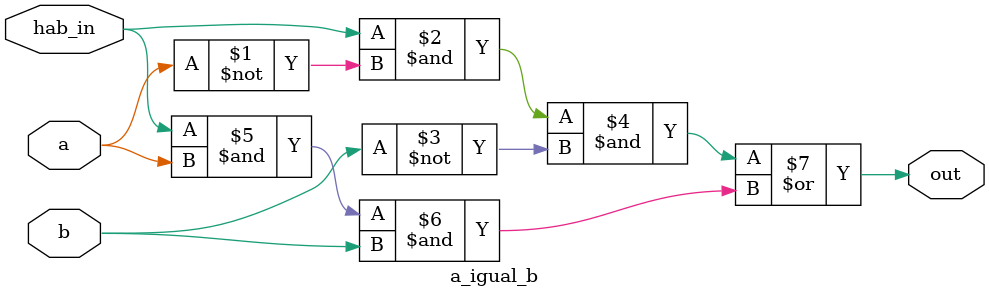
<source format=v>
module a_igual_b (hab_in, a, b, out);
	input hab_in, a, b;
	output out;
	assign out = (hab_in & ~a & ~b) | (hab_in & a & b);
endmodule
</source>
